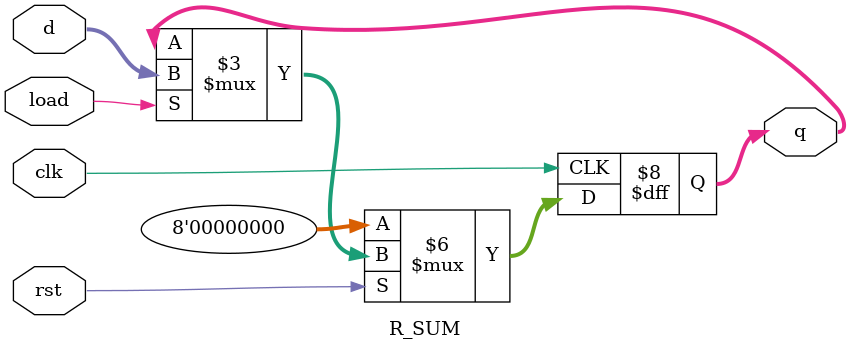
<source format=v>
module R_SUM(clk, rst, load, d, q);
  parameter WIDTH = 8;
  input clk, rst, load;
  input [WIDTH-1:0] d;
  output reg [WIDTH-1:0] q;
  always @(posedge clk) begin
    if (!rst) q <=0;
    else if (load) q <= d;
  end    
endmodule

</source>
